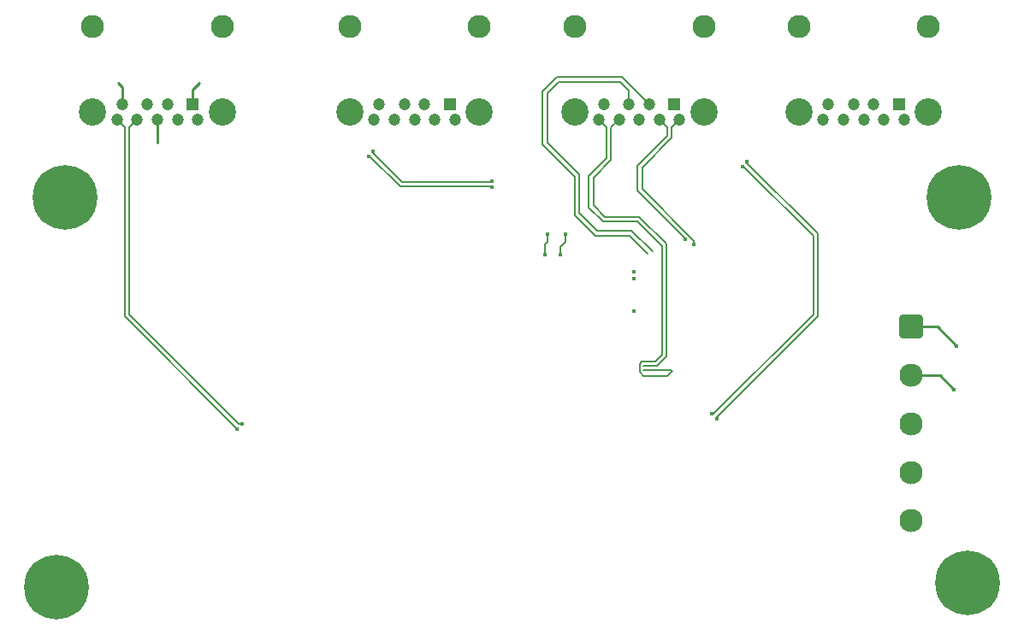
<source format=gbr>
%TF.GenerationSoftware,KiCad,Pcbnew,7.0.2*%
%TF.CreationDate,2023-08-08T23:25:05-03:00*%
%TF.ProjectId,USB Switch,55534220-5377-4697-9463-682e6b696361,rev?*%
%TF.SameCoordinates,Original*%
%TF.FileFunction,Copper,L4,Bot*%
%TF.FilePolarity,Positive*%
%FSLAX46Y46*%
G04 Gerber Fmt 4.6, Leading zero omitted, Abs format (unit mm)*
G04 Created by KiCad (PCBNEW 7.0.2) date 2023-08-08 23:25:05*
%MOMM*%
%LPD*%
G01*
G04 APERTURE LIST*
G04 Aperture macros list*
%AMRoundRect*
0 Rectangle with rounded corners*
0 $1 Rounding radius*
0 $2 $3 $4 $5 $6 $7 $8 $9 X,Y pos of 4 corners*
0 Add a 4 corners polygon primitive as box body*
4,1,4,$2,$3,$4,$5,$6,$7,$8,$9,$2,$3,0*
0 Add four circle primitives for the rounded corners*
1,1,$1+$1,$2,$3*
1,1,$1+$1,$4,$5*
1,1,$1+$1,$6,$7*
1,1,$1+$1,$8,$9*
0 Add four rect primitives between the rounded corners*
20,1,$1+$1,$2,$3,$4,$5,0*
20,1,$1+$1,$4,$5,$6,$7,0*
20,1,$1+$1,$6,$7,$8,$9,0*
20,1,$1+$1,$8,$9,$2,$3,0*%
G04 Aperture macros list end*
%TA.AperFunction,ComponentPad*%
%ADD10R,1.200000X1.200000*%
%TD*%
%TA.AperFunction,ComponentPad*%
%ADD11C,1.200000*%
%TD*%
%TA.AperFunction,ComponentPad*%
%ADD12C,2.700000*%
%TD*%
%TA.AperFunction,ComponentPad*%
%ADD13C,2.280000*%
%TD*%
%TA.AperFunction,ComponentPad*%
%ADD14C,0.800000*%
%TD*%
%TA.AperFunction,ComponentPad*%
%ADD15C,6.400000*%
%TD*%
%TA.AperFunction,ComponentPad*%
%ADD16RoundRect,0.250001X-0.899999X0.899999X-0.899999X-0.899999X0.899999X-0.899999X0.899999X0.899999X0*%
%TD*%
%TA.AperFunction,ComponentPad*%
%ADD17C,2.300000*%
%TD*%
%TA.AperFunction,ViaPad*%
%ADD18C,0.400000*%
%TD*%
%TA.AperFunction,Conductor*%
%ADD19C,0.250000*%
%TD*%
%TA.AperFunction,Conductor*%
%ADD20C,0.200000*%
%TD*%
G04 APERTURE END LIST*
D10*
%TO.P,USB1,1,VBUS*%
%TO.N,/Switch/+5V*%
X66381087Y-82095000D03*
D11*
%TO.P,USB1,2,D-*%
%TO.N,/Switch/D0-*%
X63881087Y-82095000D03*
%TO.P,USB1,3,D+*%
%TO.N,/Switch/D0+*%
X61881087Y-82095000D03*
%TO.P,USB1,4,GND*%
%TO.N,GND*%
X59381087Y-82095000D03*
%TO.P,USB1,5,SSRX-*%
%TO.N,/Switch/D1-*%
X58881087Y-83595000D03*
%TO.P,USB1,6,SSRX+*%
%TO.N,/Switch/D1+*%
X60881087Y-83595000D03*
%TO.P,USB1,7,GND_DRAIN*%
%TO.N,GND*%
X62881087Y-83595000D03*
%TO.P,USB1,8,SSTX-*%
%TO.N,/Switch/D2-*%
X64881087Y-83595000D03*
%TO.P,USB1,9,SSTX+*%
%TO.N,/Switch/D2+*%
X66881087Y-83595000D03*
D12*
%TO.P,USB1,MH1,MH1*%
%TO.N,unconnected-(USB1-PadMH1)*%
X69281087Y-82845000D03*
%TO.P,USB1,MH2,MH2*%
%TO.N,unconnected-(USB1-PadMH2)*%
X56481087Y-82845000D03*
D13*
%TO.P,USB1,MH3,MH3*%
%TO.N,unconnected-(USB1-PadMH3)*%
X69281087Y-74345000D03*
%TO.P,USB1,MH4,MH4*%
%TO.N,unconnected-(USB1-PadMH4)*%
X56481087Y-74345000D03*
%TD*%
D10*
%TO.P,USB4,1,VBUS*%
%TO.N,unconnected-(USB4-VBUS-Pad1)*%
X136281087Y-82095000D03*
D11*
%TO.P,USB4,2,D-*%
%TO.N,/Switch/USB_C_D0-*%
X133781087Y-82095000D03*
%TO.P,USB4,3,D+*%
%TO.N,/Switch/USB_C_D0+*%
X131781087Y-82095000D03*
%TO.P,USB4,4,GND*%
%TO.N,unconnected-(USB4-GND-Pad4)*%
X129281087Y-82095000D03*
%TO.P,USB4,5,SSRX-*%
%TO.N,/Switch/USB_C_D1-*%
X128781087Y-83595000D03*
%TO.P,USB4,6,SSRX+*%
%TO.N,/Switch/USB_C_D1+*%
X130781087Y-83595000D03*
%TO.P,USB4,7,GND_DRAIN*%
%TO.N,unconnected-(USB4-GND_DRAIN-Pad7)*%
X132781087Y-83595000D03*
%TO.P,USB4,8,SSTX-*%
%TO.N,/Switch/USB_C_D2-*%
X134781087Y-83595000D03*
%TO.P,USB4,9,SSTX+*%
%TO.N,/Switch/USB_C_D2+*%
X136781087Y-83595000D03*
D12*
%TO.P,USB4,MH1,MH1*%
%TO.N,unconnected-(USB4-PadMH1)*%
X139181087Y-82845000D03*
%TO.P,USB4,MH2,MH2*%
%TO.N,unconnected-(USB4-PadMH2)*%
X126381087Y-82845000D03*
D13*
%TO.P,USB4,MH3,MH3*%
%TO.N,unconnected-(USB4-PadMH3)*%
X139181087Y-74345000D03*
%TO.P,USB4,MH4,MH4*%
%TO.N,unconnected-(USB4-PadMH4)*%
X126381087Y-74345000D03*
%TD*%
D10*
%TO.P,USB3,1,VBUS*%
%TO.N,unconnected-(USB3-VBUS-Pad1)*%
X114056087Y-82095000D03*
D11*
%TO.P,USB3,2,D-*%
%TO.N,/Switch/USB_B_D0-*%
X111556087Y-82095000D03*
%TO.P,USB3,3,D+*%
%TO.N,/Switch/USB_B_D0+*%
X109556087Y-82095000D03*
%TO.P,USB3,4,GND*%
%TO.N,unconnected-(USB3-GND-Pad4)*%
X107056087Y-82095000D03*
%TO.P,USB3,5,SSRX-*%
%TO.N,/Switch/USB_B_D1-*%
X106556087Y-83595000D03*
%TO.P,USB3,6,SSRX+*%
%TO.N,/Switch/USB_B_D1+*%
X108556087Y-83595000D03*
%TO.P,USB3,7,GND_DRAIN*%
%TO.N,unconnected-(USB3-GND_DRAIN-Pad7)*%
X110556087Y-83595000D03*
%TO.P,USB3,8,SSTX-*%
%TO.N,/Switch/USB_B_D2-*%
X112556087Y-83595000D03*
%TO.P,USB3,9,SSTX+*%
%TO.N,/Switch/USB_B_D2+*%
X114556087Y-83595000D03*
D12*
%TO.P,USB3,MH1,MH1*%
%TO.N,unconnected-(USB3-PadMH1)*%
X116956087Y-82845000D03*
%TO.P,USB3,MH2,MH2*%
%TO.N,unconnected-(USB3-PadMH2)*%
X104156087Y-82845000D03*
D13*
%TO.P,USB3,MH3,MH3*%
%TO.N,unconnected-(USB3-PadMH3)*%
X116956087Y-74345000D03*
%TO.P,USB3,MH4,MH4*%
%TO.N,unconnected-(USB3-PadMH4)*%
X104156087Y-74345000D03*
%TD*%
D14*
%TO.P,REF\u002A\u002A,1*%
%TO.N,N/C*%
X51367056Y-91300000D03*
X52070000Y-89602944D03*
X52070000Y-92997056D03*
X53767056Y-88900000D03*
D15*
X53767056Y-91300000D03*
D14*
X53767056Y-93700000D03*
X55464112Y-89602944D03*
X55464112Y-92997056D03*
X56167056Y-91300000D03*
%TD*%
D16*
%TO.P,J1,1,Pin_1*%
%TO.N,/+5V*%
X137492500Y-104140000D03*
D17*
%TO.P,J1,2,Pin_2*%
%TO.N,/GND*%
X137492500Y-108940000D03*
%TO.P,J1,3,Pin_3*%
%TO.N,/S0*%
X137492500Y-113740000D03*
%TO.P,J1,4,Pin_4*%
%TO.N,/S1*%
X137492500Y-118540000D03*
%TO.P,J1,5,Pin_5*%
%TO.N,/CLOCK*%
X137492500Y-123340000D03*
%TD*%
D14*
%TO.P,REF\u002A\u002A,1*%
%TO.N,N/C*%
X139840000Y-91300000D03*
X140542944Y-89602944D03*
X140542944Y-92997056D03*
X142240000Y-88900000D03*
D15*
X142240000Y-91300000D03*
D14*
X142240000Y-93700000D03*
X143937056Y-89602944D03*
X143937056Y-92997056D03*
X144640000Y-91300000D03*
%TD*%
%TO.P,REF\u002A\u002A,1*%
%TO.N,N/C*%
X50512944Y-129967056D03*
X51215888Y-128270000D03*
X51215888Y-131664112D03*
X52912944Y-127567056D03*
D15*
X52912944Y-129967056D03*
D14*
X52912944Y-132367056D03*
X54610000Y-128270000D03*
X54610000Y-131664112D03*
X55312944Y-129967056D03*
%TD*%
%TO.P,REF\u002A\u002A,1*%
%TO.N,N/C*%
X140682944Y-129540000D03*
X141385888Y-127842944D03*
X141385888Y-131237056D03*
X143082944Y-127140000D03*
D15*
X143082944Y-129540000D03*
D14*
X143082944Y-131940000D03*
X144780000Y-127842944D03*
X144780000Y-131237056D03*
X145482944Y-129540000D03*
%TD*%
D10*
%TO.P,USB2,1,VBUS*%
%TO.N,unconnected-(USB2-VBUS-Pad1)*%
X91831087Y-82095000D03*
D11*
%TO.P,USB2,2,D-*%
%TO.N,/Switch/USB_A_D0-*%
X89331087Y-82095000D03*
%TO.P,USB2,3,D+*%
%TO.N,/Switch/USB_A_D0+*%
X87331087Y-82095000D03*
%TO.P,USB2,4,GND*%
%TO.N,unconnected-(USB2-GND-Pad4)*%
X84831087Y-82095000D03*
%TO.P,USB2,5,SSRX-*%
%TO.N,/Switch/USB_A_D1-*%
X84331087Y-83595000D03*
%TO.P,USB2,6,SSRX+*%
%TO.N,/Switch/USB_A_D1+*%
X86331087Y-83595000D03*
%TO.P,USB2,7,GND_DRAIN*%
%TO.N,unconnected-(USB2-GND_DRAIN-Pad7)*%
X88331087Y-83595000D03*
%TO.P,USB2,8,SSTX-*%
%TO.N,/Switch/USB_A_D2-*%
X90331087Y-83595000D03*
%TO.P,USB2,9,SSTX+*%
%TO.N,/Switch/USB_A_D2+*%
X92331087Y-83595000D03*
D12*
%TO.P,USB2,MH1,MH1*%
%TO.N,unconnected-(USB2-PadMH1)*%
X94731087Y-82845000D03*
%TO.P,USB2,MH2,MH2*%
%TO.N,unconnected-(USB2-PadMH2)*%
X81931087Y-82845000D03*
D13*
%TO.P,USB2,MH3,MH3*%
%TO.N,unconnected-(USB2-PadMH3)*%
X94731087Y-74345000D03*
%TO.P,USB2,MH4,MH4*%
%TO.N,unconnected-(USB2-PadMH4)*%
X81931087Y-74345000D03*
%TD*%
D18*
%TO.N,/GND*%
X141732000Y-110363000D03*
%TO.N,/Switch/D1+*%
X71229810Y-113770190D03*
%TO.N,/Switch/D1-*%
X70770190Y-114229810D03*
%TO.N,/Switch/USB_C_D1-*%
X121229810Y-87770190D03*
X118229810Y-113229810D03*
%TO.N,/Switch/USB_C_D1+*%
X120770190Y-88229810D03*
X117770190Y-112770190D03*
%TO.N,/Switch/USB_B_D2-*%
X115156651Y-95478851D03*
%TO.N,/Switch/USB_B_D2+*%
X110000000Y-102545000D03*
X116000000Y-96000000D03*
%TO.N,/Switch/USB_B_D0-*%
X110000000Y-99325000D03*
%TO.N,/Switch/USB_B_D0+*%
X110000000Y-98675000D03*
%TO.N,/Switch/USB_A_D2+*%
X102743500Y-97000000D03*
X103274499Y-95000000D03*
%TO.N,/Switch/USB_A_D1-*%
X84229810Y-86770190D03*
X96000000Y-89675000D03*
%TO.N,/Switch/USB_A_D1+*%
X101499500Y-95000000D03*
X101243000Y-97000000D03*
X83770190Y-87229810D03*
X96000000Y-90325000D03*
%TO.N,/+5V*%
X141986000Y-106045000D03*
%TD*%
D19*
%TO.N,/GND*%
X137492500Y-108940000D02*
X140309000Y-108940000D01*
X140309000Y-108940000D02*
X141732000Y-110363000D01*
%TO.N,GND*%
X59381087Y-80381087D02*
X59000000Y-80000000D01*
X62881087Y-83595000D02*
X62881087Y-85881087D01*
X59381087Y-82095000D02*
X59381087Y-80381087D01*
D20*
%TO.N,/Switch/D1+*%
X60106088Y-84369999D02*
X60881087Y-83595000D01*
X70977297Y-113729810D02*
X70906587Y-113729810D01*
X60106088Y-102929311D02*
X60106088Y-84369999D01*
X71017677Y-113770190D02*
X70977297Y-113729810D01*
X71229810Y-113770190D02*
X71017677Y-113770190D01*
X70906587Y-113729810D02*
X60106088Y-102929311D01*
%TO.N,/Switch/D1-*%
X59656086Y-103115706D02*
X59656086Y-84369999D01*
X70770190Y-114229810D02*
X59656086Y-103115706D01*
X59656086Y-84369999D02*
X58881087Y-83595000D01*
D19*
%TO.N,/Switch/+5V*%
X66381087Y-80618913D02*
X67000000Y-80000000D01*
X66381087Y-82095000D02*
X66381087Y-80618913D01*
D20*
%TO.N,/Switch/USB_C_D1-*%
X121229810Y-87911611D02*
X121229810Y-87770190D01*
X118229810Y-113229810D02*
X118229810Y-113088389D01*
X118229810Y-113088389D02*
X128225000Y-103093199D01*
X128225000Y-94906800D02*
X121229810Y-87911611D01*
X128225000Y-103093199D02*
X128225000Y-94906800D01*
%TO.N,/Switch/USB_C_D1+*%
X117770190Y-112770190D02*
X117911611Y-112770190D01*
X127775000Y-102906801D02*
X127775000Y-95093200D01*
X120911611Y-88229810D02*
X120770190Y-88229810D01*
X127775000Y-95093200D02*
X120911611Y-88229810D01*
X117911611Y-112770190D02*
X127775000Y-102906801D01*
%TO.N,/Switch/USB_B_D2-*%
X113331086Y-84369999D02*
X113331086Y-85232714D01*
X110392000Y-90644200D02*
X115218000Y-95470200D01*
X110392000Y-88171800D02*
X110392000Y-90644200D01*
X113331086Y-85232714D02*
X110392000Y-88171800D01*
X112556087Y-83595000D02*
X113331086Y-84369999D01*
%TO.N,/Switch/USB_B_D2+*%
X113781088Y-85419112D02*
X110842000Y-88358200D01*
X113781088Y-84369999D02*
X113781088Y-85419112D01*
X110842000Y-90457800D02*
X116000000Y-95615800D01*
X116000000Y-95615800D02*
X116000000Y-96000000D01*
X114556087Y-83595000D02*
X113781088Y-84369999D01*
X110842000Y-88358200D02*
X110842000Y-90457800D01*
%TO.N,/Switch/USB_B_D1-*%
X113370932Y-109000000D02*
X113835731Y-108535201D01*
X112805000Y-106908096D02*
X112113096Y-107600000D01*
X113700530Y-108400000D02*
X111000000Y-108400000D01*
X107331086Y-84369999D02*
X107331086Y-87422714D01*
X106556087Y-83595000D02*
X107331086Y-84369999D01*
X110600000Y-108600000D02*
X111000000Y-109000000D01*
X111000000Y-109000000D02*
X113370932Y-109000000D01*
X112113096Y-107600000D02*
X110834315Y-107600000D01*
X107331086Y-87422714D02*
X105566000Y-89187800D01*
X110834315Y-107600000D02*
X110600000Y-107834315D01*
X112805000Y-96105200D02*
X112805000Y-106908096D01*
X110396800Y-93697000D02*
X112805000Y-96105200D01*
X113835731Y-108535201D02*
X113700530Y-108400000D01*
X105566000Y-89187800D02*
X105566000Y-92295200D01*
X105566000Y-92295200D02*
X106967800Y-93697000D01*
X106967800Y-93697000D02*
X110396800Y-93697000D01*
X110600000Y-107834315D02*
X110600000Y-108600000D01*
%TO.N,/Switch/USB_B_D1+*%
X107154200Y-93247000D02*
X110583200Y-93247000D01*
X113255000Y-95918800D02*
X113255000Y-107063200D01*
X106016000Y-92108800D02*
X107154200Y-93247000D01*
X107781088Y-87609112D02*
X106016000Y-89374200D01*
X108556087Y-83595000D02*
X107781088Y-84369999D01*
X110583200Y-93247000D02*
X113255000Y-95918800D01*
X107781088Y-84369999D02*
X107781088Y-87609112D01*
X112318200Y-108000000D02*
X111000000Y-108000000D01*
X113255000Y-107063200D02*
X112318200Y-108000000D01*
X106016000Y-89374200D02*
X106016000Y-92108800D01*
%TO.N,/Switch/USB_B_D0-*%
X102395800Y-79404000D02*
X100994000Y-80805800D01*
X109634800Y-95094000D02*
X111408000Y-96867200D01*
X104169000Y-89247200D02*
X104169000Y-93057200D01*
X100994000Y-80805800D02*
X100994000Y-86072200D01*
X106205800Y-95094000D02*
X109634800Y-95094000D01*
X104169000Y-93057200D02*
X106205800Y-95094000D01*
X108865087Y-79404000D02*
X102395800Y-79404000D01*
X111556087Y-82095000D02*
X108865087Y-79404000D01*
X100994000Y-86072200D02*
X104169000Y-89247200D01*
%TO.N,/Switch/USB_B_D0+*%
X102582200Y-79854000D02*
X101444000Y-80992200D01*
X101444000Y-85885800D02*
X104619000Y-89060800D01*
X104619000Y-92870800D02*
X106392200Y-94644000D01*
X108678690Y-79854000D02*
X102582200Y-79854000D01*
X101444000Y-80992200D02*
X101444000Y-85885800D01*
X109821200Y-94644000D02*
X111858000Y-96680800D01*
X109556087Y-80731397D02*
X108678690Y-79854000D01*
X104619000Y-89060800D02*
X104619000Y-92870800D01*
X109556087Y-82095000D02*
X109556087Y-80731397D01*
X106392200Y-94644000D02*
X109821200Y-94644000D01*
%TO.N,/Switch/USB_A_D2+*%
X102743500Y-97000000D02*
X102743500Y-96256500D01*
X102743500Y-96256500D02*
X103274499Y-95725501D01*
X103274499Y-95725501D02*
X103274499Y-95000000D01*
%TO.N,/Switch/USB_A_D1-*%
X87093199Y-89774999D02*
X84229810Y-86911611D01*
X95900001Y-89774999D02*
X87093199Y-89774999D01*
X84229810Y-86911611D02*
X84229810Y-86770190D01*
X96000000Y-89675000D02*
X95900001Y-89774999D01*
%TO.N,/Switch/USB_A_D1+*%
X83911611Y-87229810D02*
X83770190Y-87229810D01*
X86906801Y-90225001D02*
X83911611Y-87229810D01*
X101499500Y-95000000D02*
X101499500Y-95743500D01*
X101243000Y-96000000D02*
X101243000Y-97000000D01*
X101499500Y-95743500D02*
X101243000Y-96000000D01*
X96000000Y-90325000D02*
X95900001Y-90225001D01*
X95900001Y-90225001D02*
X86906801Y-90225001D01*
D19*
%TO.N,/+5V*%
X140081000Y-104140000D02*
X141986000Y-106045000D01*
X137492500Y-104140000D02*
X140081000Y-104140000D01*
%TD*%
M02*

</source>
